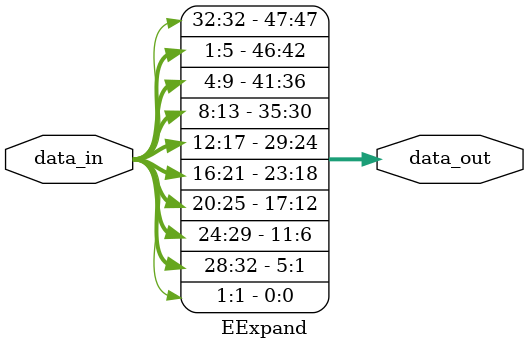
<source format=v>
`timescale 1ns / 1ps
module EExpand(
    input [1:32] data_in,
    output reg [1:48] data_out
    );

always @(data_in)
begin
	data_out[1] = data_in[32];
	data_out[2] = data_in[1];
	data_out[3] = data_in[2];
	data_out[4] = data_in[3];
	data_out[5] = data_in[4];
	data_out[6] = data_in[5];
	
	data_out[7] = data_in[4];
	data_out[8] = data_in[5];
	data_out[9] = data_in[6];
	data_out[10] = data_in[7];
	data_out[11] = data_in[8];
	data_out[12] = data_in[9];
	
	data_out[13] = data_in[8];
	data_out[14] = data_in[9];
	data_out[15] = data_in[10];
	data_out[16] = data_in[11];
	data_out[17] = data_in[12];
	data_out[18] = data_in[13];
	
	data_out[19] = data_in[12];
	data_out[20] = data_in[13];
	data_out[21] = data_in[14];
	data_out[22] = data_in[15];
	data_out[23] = data_in[16];
	data_out[24] = data_in[17];
	
	data_out[25] = data_in[16];
	data_out[26] = data_in[17];
	data_out[27] = data_in[18];
	data_out[28] = data_in[19];
	data_out[29] = data_in[20];
	data_out[30] = data_in[21];
	
	data_out[31] = data_in[20];
	data_out[32] = data_in[21];
	data_out[33] = data_in[22];
	data_out[34] = data_in[23];
	data_out[35] = data_in[24];
	data_out[36] = data_in[25];
	
	data_out[37] = data_in[24];
	data_out[38] = data_in[25];
	data_out[39] = data_in[26];
	data_out[40] = data_in[27];
	data_out[41] = data_in[28];
	data_out[42] = data_in[29];
	
	data_out[43] = data_in[28];
	data_out[44] = data_in[29];
	data_out[45] = data_in[30];
	data_out[46] = data_in[31];
	data_out[47] = data_in[32];
	data_out[48] = data_in[1];
end

endmodule

</source>
